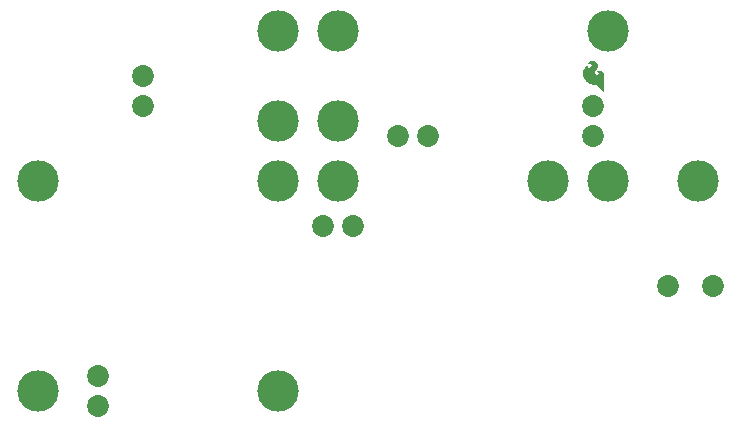
<source format=gbs>
G75*
%MOIN*%
%OFA0B0*%
%FSLAX25Y25*%
%IPPOS*%
%LPD*%
%AMOC8*
5,1,8,0,0,1.08239X$1,22.5*
%
%ADD10C,0.13800*%
%ADD11C,0.00300*%
%ADD12C,0.07300*%
D10*
X0103333Y0165000D03*
X0183333Y0165000D03*
X0183333Y0235000D03*
X0203333Y0235000D03*
X0203333Y0255000D03*
X0183333Y0255000D03*
X0183333Y0285000D03*
X0203333Y0285000D03*
X0273333Y0235000D03*
X0293333Y0235000D03*
X0323333Y0235000D03*
X0293333Y0285000D03*
X0103333Y0235000D03*
D11*
X0284959Y0270429D02*
X0284920Y0271098D01*
X0285038Y0271728D01*
X0285235Y0272319D01*
X0285510Y0272752D01*
X0285825Y0273106D01*
X0286140Y0273303D01*
X0286140Y0272949D01*
X0286180Y0272831D01*
X0286219Y0272752D01*
X0286337Y0272634D01*
X0286455Y0272594D01*
X0286573Y0272594D01*
X0286888Y0272673D01*
X0287046Y0272752D01*
X0287164Y0272831D01*
X0287322Y0272949D01*
X0287558Y0273185D01*
X0287715Y0273421D01*
X0287755Y0273579D01*
X0287755Y0273815D01*
X0287715Y0273933D01*
X0287676Y0274012D01*
X0287597Y0274130D01*
X0287440Y0274248D01*
X0287282Y0274327D01*
X0287085Y0274366D01*
X0286928Y0274406D01*
X0286692Y0274406D01*
X0286613Y0274366D01*
X0286573Y0274366D01*
X0286613Y0274406D01*
X0286770Y0274524D01*
X0287322Y0274799D01*
X0287676Y0274878D01*
X0288070Y0274878D01*
X0288503Y0274799D01*
X0288936Y0274563D01*
X0289290Y0274287D01*
X0289487Y0273972D01*
X0289605Y0273618D01*
X0289605Y0273303D01*
X0289526Y0272949D01*
X0289329Y0272594D01*
X0289054Y0272280D01*
X0288739Y0271925D01*
X0288463Y0271650D01*
X0288345Y0271335D01*
X0288345Y0271059D01*
X0288424Y0270823D01*
X0288581Y0270626D01*
X0288818Y0270469D01*
X0289133Y0270390D01*
X0289448Y0270390D01*
X0289644Y0270429D01*
X0289841Y0270508D01*
X0290077Y0270744D01*
X0290156Y0270862D01*
X0290196Y0270980D01*
X0290196Y0271138D01*
X0290156Y0271256D01*
X0289920Y0271492D01*
X0289802Y0271531D01*
X0289644Y0271610D01*
X0289605Y0271650D01*
X0289762Y0271728D01*
X0290235Y0271728D01*
X0290471Y0271689D01*
X0290668Y0271650D01*
X0290865Y0271571D01*
X0291022Y0271453D01*
X0291219Y0271295D01*
X0291455Y0270902D01*
X0291534Y0270626D01*
X0291573Y0270311D01*
X0291573Y0264917D01*
X0291377Y0265114D01*
X0291259Y0265311D01*
X0291062Y0265508D01*
X0290865Y0265744D01*
X0290392Y0266217D01*
X0289920Y0266768D01*
X0289526Y0267161D01*
X0289133Y0267398D01*
X0288896Y0267437D01*
X0288148Y0267437D01*
X0287676Y0267516D01*
X0287243Y0267634D01*
X0286849Y0267791D01*
X0286455Y0268028D01*
X0286140Y0268303D01*
X0285825Y0268618D01*
X0285550Y0268972D01*
X0285156Y0269681D01*
X0284959Y0270429D01*
X0284954Y0270524D02*
X0288735Y0270524D01*
X0288424Y0270822D02*
X0284936Y0270822D01*
X0284924Y0271121D02*
X0288345Y0271121D01*
X0288377Y0271419D02*
X0284980Y0271419D01*
X0285036Y0271718D02*
X0288532Y0271718D01*
X0288820Y0272016D02*
X0285134Y0272016D01*
X0285234Y0272315D02*
X0289085Y0272315D01*
X0289340Y0272613D02*
X0286649Y0272613D01*
X0286398Y0272613D02*
X0285422Y0272613D01*
X0285653Y0272912D02*
X0286153Y0272912D01*
X0286140Y0273210D02*
X0285992Y0273210D01*
X0287272Y0272912D02*
X0289506Y0272912D01*
X0289584Y0273210D02*
X0287575Y0273210D01*
X0287737Y0273509D02*
X0289605Y0273509D01*
X0289542Y0273808D02*
X0287755Y0273808D01*
X0287613Y0274106D02*
X0289403Y0274106D01*
X0289139Y0274405D02*
X0286932Y0274405D01*
X0286690Y0274405D02*
X0286612Y0274405D01*
X0287129Y0274703D02*
X0288679Y0274703D01*
X0289742Y0271718D02*
X0290297Y0271718D01*
X0289993Y0271419D02*
X0291064Y0271419D01*
X0291324Y0271121D02*
X0290196Y0271121D01*
X0290130Y0270822D02*
X0291478Y0270822D01*
X0291547Y0270524D02*
X0289857Y0270524D01*
X0291573Y0270225D02*
X0285013Y0270225D01*
X0285091Y0269927D02*
X0291573Y0269927D01*
X0291573Y0269628D02*
X0285185Y0269628D01*
X0285351Y0269330D02*
X0291573Y0269330D01*
X0291573Y0269031D02*
X0285517Y0269031D01*
X0285736Y0268733D02*
X0291573Y0268733D01*
X0291573Y0268434D02*
X0286009Y0268434D01*
X0286332Y0268136D02*
X0291573Y0268136D01*
X0291573Y0267837D02*
X0286773Y0267837D01*
X0287591Y0267539D02*
X0291573Y0267539D01*
X0291573Y0267240D02*
X0289395Y0267240D01*
X0289746Y0266942D02*
X0291573Y0266942D01*
X0291573Y0266643D02*
X0290027Y0266643D01*
X0290283Y0266345D02*
X0291573Y0266345D01*
X0291573Y0266046D02*
X0290563Y0266046D01*
X0290861Y0265748D02*
X0291573Y0265748D01*
X0291573Y0265449D02*
X0291120Y0265449D01*
X0291355Y0265151D02*
X0291573Y0265151D01*
D12*
X0123333Y0160000D03*
X0123333Y0170000D03*
X0198333Y0220000D03*
X0208333Y0220000D03*
X0223333Y0250000D03*
X0233333Y0250000D03*
X0288333Y0250000D03*
X0288333Y0260000D03*
X0313333Y0200000D03*
X0328333Y0200000D03*
X0138333Y0260000D03*
X0138333Y0270000D03*
M02*

</source>
